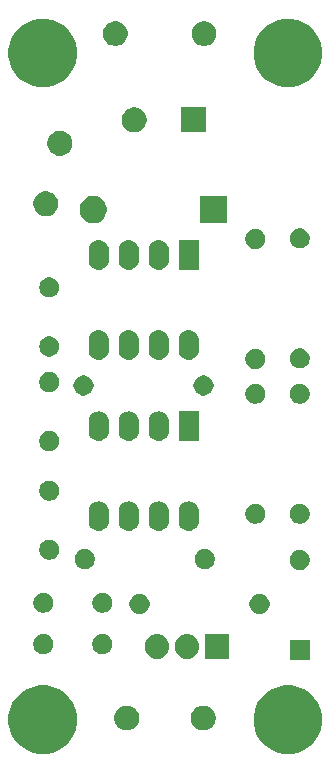
<source format=gbr>
G04 #@! TF.GenerationSoftware,KiCad,Pcbnew,(5.1.5)-3*
G04 #@! TF.CreationDate,2022-07-19T15:35:49+02:00*
G04 #@! TF.ProjectId,Wireless LEDs,57697265-6c65-4737-9320-4c4544732e6b,rev?*
G04 #@! TF.SameCoordinates,Original*
G04 #@! TF.FileFunction,Soldermask,Top*
G04 #@! TF.FilePolarity,Negative*
%FSLAX46Y46*%
G04 Gerber Fmt 4.6, Leading zero omitted, Abs format (unit mm)*
G04 Created by KiCad (PCBNEW (5.1.5)-3) date 2022-07-19 15:35:49*
%MOMM*%
%LPD*%
G04 APERTURE LIST*
%ADD10C,0.100000*%
G04 APERTURE END LIST*
D10*
G36*
X52846189Y-74410483D02*
G01*
X52846192Y-74410484D01*
X52846191Y-74410484D01*
X53374139Y-74629167D01*
X53849280Y-74946646D01*
X54253354Y-75350720D01*
X54570833Y-75825861D01*
X54570834Y-75825863D01*
X54789517Y-76353811D01*
X54901000Y-76914275D01*
X54901000Y-77485725D01*
X54789517Y-78046189D01*
X54570834Y-78574137D01*
X54570833Y-78574139D01*
X54253354Y-79049280D01*
X53849280Y-79453354D01*
X53374139Y-79770833D01*
X53374138Y-79770834D01*
X53374137Y-79770834D01*
X52846189Y-79989517D01*
X52285725Y-80101000D01*
X51714275Y-80101000D01*
X51153811Y-79989517D01*
X50625863Y-79770834D01*
X50625862Y-79770834D01*
X50625861Y-79770833D01*
X50150720Y-79453354D01*
X49746646Y-79049280D01*
X49429167Y-78574139D01*
X49429166Y-78574137D01*
X49210483Y-78046189D01*
X49099000Y-77485725D01*
X49099000Y-76914275D01*
X49210483Y-76353811D01*
X49429166Y-75825863D01*
X49429167Y-75825861D01*
X49746646Y-75350720D01*
X50150720Y-74946646D01*
X50625861Y-74629167D01*
X51153809Y-74410484D01*
X51153808Y-74410484D01*
X51153811Y-74410483D01*
X51714275Y-74299000D01*
X52285725Y-74299000D01*
X52846189Y-74410483D01*
G37*
G36*
X32096189Y-74410483D02*
G01*
X32096192Y-74410484D01*
X32096191Y-74410484D01*
X32624139Y-74629167D01*
X33099280Y-74946646D01*
X33503354Y-75350720D01*
X33820833Y-75825861D01*
X33820834Y-75825863D01*
X34039517Y-76353811D01*
X34151000Y-76914275D01*
X34151000Y-77485725D01*
X34039517Y-78046189D01*
X33820834Y-78574137D01*
X33820833Y-78574139D01*
X33503354Y-79049280D01*
X33099280Y-79453354D01*
X32624139Y-79770833D01*
X32624138Y-79770834D01*
X32624137Y-79770834D01*
X32096189Y-79989517D01*
X31535725Y-80101000D01*
X30964275Y-80101000D01*
X30403811Y-79989517D01*
X29875863Y-79770834D01*
X29875862Y-79770834D01*
X29875861Y-79770833D01*
X29400720Y-79453354D01*
X28996646Y-79049280D01*
X28679167Y-78574139D01*
X28679166Y-78574137D01*
X28460483Y-78046189D01*
X28349000Y-77485725D01*
X28349000Y-76914275D01*
X28460483Y-76353811D01*
X28679166Y-75825863D01*
X28679167Y-75825861D01*
X28996646Y-75350720D01*
X29400720Y-74946646D01*
X29875861Y-74629167D01*
X30403809Y-74410484D01*
X30403808Y-74410484D01*
X30403811Y-74410483D01*
X30964275Y-74299000D01*
X31535725Y-74299000D01*
X32096189Y-74410483D01*
G37*
G36*
X38656564Y-76039389D02*
G01*
X38847833Y-76118615D01*
X38847835Y-76118616D01*
X39019973Y-76233635D01*
X39166365Y-76380027D01*
X39281385Y-76552167D01*
X39360611Y-76743436D01*
X39401000Y-76946484D01*
X39401000Y-77153516D01*
X39360611Y-77356564D01*
X39307111Y-77485724D01*
X39281384Y-77547835D01*
X39166365Y-77719973D01*
X39019973Y-77866365D01*
X38847835Y-77981384D01*
X38847834Y-77981385D01*
X38847833Y-77981385D01*
X38656564Y-78060611D01*
X38453516Y-78101000D01*
X38246484Y-78101000D01*
X38043436Y-78060611D01*
X37852167Y-77981385D01*
X37852166Y-77981385D01*
X37852165Y-77981384D01*
X37680027Y-77866365D01*
X37533635Y-77719973D01*
X37418616Y-77547835D01*
X37392889Y-77485724D01*
X37339389Y-77356564D01*
X37299000Y-77153516D01*
X37299000Y-76946484D01*
X37339389Y-76743436D01*
X37418615Y-76552167D01*
X37533635Y-76380027D01*
X37680027Y-76233635D01*
X37852165Y-76118616D01*
X37852167Y-76118615D01*
X38043436Y-76039389D01*
X38246484Y-75999000D01*
X38453516Y-75999000D01*
X38656564Y-76039389D01*
G37*
G36*
X45156564Y-76039389D02*
G01*
X45347833Y-76118615D01*
X45347835Y-76118616D01*
X45519973Y-76233635D01*
X45666365Y-76380027D01*
X45781385Y-76552167D01*
X45860611Y-76743436D01*
X45901000Y-76946484D01*
X45901000Y-77153516D01*
X45860611Y-77356564D01*
X45807111Y-77485724D01*
X45781384Y-77547835D01*
X45666365Y-77719973D01*
X45519973Y-77866365D01*
X45347835Y-77981384D01*
X45347834Y-77981385D01*
X45347833Y-77981385D01*
X45156564Y-78060611D01*
X44953516Y-78101000D01*
X44746484Y-78101000D01*
X44543436Y-78060611D01*
X44352167Y-77981385D01*
X44352166Y-77981385D01*
X44352165Y-77981384D01*
X44180027Y-77866365D01*
X44033635Y-77719973D01*
X43918616Y-77547835D01*
X43892889Y-77485724D01*
X43839389Y-77356564D01*
X43799000Y-77153516D01*
X43799000Y-76946484D01*
X43839389Y-76743436D01*
X43918615Y-76552167D01*
X44033635Y-76380027D01*
X44180027Y-76233635D01*
X44352165Y-76118616D01*
X44352167Y-76118615D01*
X44543436Y-76039389D01*
X44746484Y-75999000D01*
X44953516Y-75999000D01*
X45156564Y-76039389D01*
G37*
G36*
X53851000Y-72151000D02*
G01*
X52149000Y-72151000D01*
X52149000Y-70449000D01*
X53851000Y-70449000D01*
X53851000Y-72151000D01*
G37*
G36*
X43656720Y-69963520D02*
G01*
X43845881Y-70020901D01*
X44020212Y-70114083D01*
X44173015Y-70239485D01*
X44298417Y-70392288D01*
X44328730Y-70449000D01*
X44391598Y-70566617D01*
X44391599Y-70566620D01*
X44448980Y-70755781D01*
X44463500Y-70903207D01*
X44463500Y-71096794D01*
X44448980Y-71244220D01*
X44391599Y-71433381D01*
X44298417Y-71607712D01*
X44173015Y-71760515D01*
X44020212Y-71885917D01*
X43938333Y-71929682D01*
X43845883Y-71979098D01*
X43845880Y-71979099D01*
X43656719Y-72036480D01*
X43460000Y-72055855D01*
X43263280Y-72036480D01*
X43074119Y-71979099D01*
X42899788Y-71885917D01*
X42746985Y-71760515D01*
X42621583Y-71607712D01*
X42543172Y-71461015D01*
X42528402Y-71433383D01*
X42528401Y-71433380D01*
X42471020Y-71244219D01*
X42456500Y-71096793D01*
X42456500Y-70903206D01*
X42471020Y-70755780D01*
X42528401Y-70566619D01*
X42621583Y-70392288D01*
X42746985Y-70239485D01*
X42899788Y-70114083D01*
X43074120Y-70020901D01*
X43263281Y-69963520D01*
X43460000Y-69944145D01*
X43656720Y-69963520D01*
G37*
G36*
X41116720Y-69963520D02*
G01*
X41305881Y-70020901D01*
X41480212Y-70114083D01*
X41633015Y-70239485D01*
X41758417Y-70392288D01*
X41788730Y-70449000D01*
X41851598Y-70566617D01*
X41851599Y-70566620D01*
X41908980Y-70755781D01*
X41923500Y-70903207D01*
X41923500Y-71096794D01*
X41908980Y-71244220D01*
X41851599Y-71433381D01*
X41758417Y-71607712D01*
X41633015Y-71760515D01*
X41480212Y-71885917D01*
X41398333Y-71929682D01*
X41305883Y-71979098D01*
X41305880Y-71979099D01*
X41116719Y-72036480D01*
X40920000Y-72055855D01*
X40723280Y-72036480D01*
X40534119Y-71979099D01*
X40359788Y-71885917D01*
X40206985Y-71760515D01*
X40081583Y-71607712D01*
X40003172Y-71461015D01*
X39988402Y-71433383D01*
X39988401Y-71433380D01*
X39931020Y-71244219D01*
X39916500Y-71096793D01*
X39916500Y-70903206D01*
X39931020Y-70755780D01*
X39988401Y-70566619D01*
X40081583Y-70392288D01*
X40206985Y-70239485D01*
X40359788Y-70114083D01*
X40534120Y-70020901D01*
X40723281Y-69963520D01*
X40920000Y-69944145D01*
X41116720Y-69963520D01*
G37*
G36*
X47003500Y-72051000D02*
G01*
X44996500Y-72051000D01*
X44996500Y-69949000D01*
X47003500Y-69949000D01*
X47003500Y-72051000D01*
G37*
G36*
X31548228Y-69981703D02*
G01*
X31703100Y-70045853D01*
X31842481Y-70138985D01*
X31961015Y-70257519D01*
X32054147Y-70396900D01*
X32118297Y-70551772D01*
X32151000Y-70716184D01*
X32151000Y-70883816D01*
X32118297Y-71048228D01*
X32054147Y-71203100D01*
X31961015Y-71342481D01*
X31842481Y-71461015D01*
X31703100Y-71554147D01*
X31548228Y-71618297D01*
X31383816Y-71651000D01*
X31216184Y-71651000D01*
X31051772Y-71618297D01*
X30896900Y-71554147D01*
X30757519Y-71461015D01*
X30638985Y-71342481D01*
X30545853Y-71203100D01*
X30481703Y-71048228D01*
X30449000Y-70883816D01*
X30449000Y-70716184D01*
X30481703Y-70551772D01*
X30545853Y-70396900D01*
X30638985Y-70257519D01*
X30757519Y-70138985D01*
X30896900Y-70045853D01*
X31051772Y-69981703D01*
X31216184Y-69949000D01*
X31383816Y-69949000D01*
X31548228Y-69981703D01*
G37*
G36*
X36548228Y-69981703D02*
G01*
X36703100Y-70045853D01*
X36842481Y-70138985D01*
X36961015Y-70257519D01*
X37054147Y-70396900D01*
X37118297Y-70551772D01*
X37151000Y-70716184D01*
X37151000Y-70883816D01*
X37118297Y-71048228D01*
X37054147Y-71203100D01*
X36961015Y-71342481D01*
X36842481Y-71461015D01*
X36703100Y-71554147D01*
X36548228Y-71618297D01*
X36383816Y-71651000D01*
X36216184Y-71651000D01*
X36051772Y-71618297D01*
X35896900Y-71554147D01*
X35757519Y-71461015D01*
X35638985Y-71342481D01*
X35545853Y-71203100D01*
X35481703Y-71048228D01*
X35449000Y-70883816D01*
X35449000Y-70716184D01*
X35481703Y-70551772D01*
X35545853Y-70396900D01*
X35638985Y-70257519D01*
X35757519Y-70138985D01*
X35896900Y-70045853D01*
X36051772Y-69981703D01*
X36216184Y-69949000D01*
X36383816Y-69949000D01*
X36548228Y-69981703D01*
G37*
G36*
X39688228Y-66581703D02*
G01*
X39843100Y-66645853D01*
X39982481Y-66738985D01*
X40101015Y-66857519D01*
X40194147Y-66996900D01*
X40258297Y-67151772D01*
X40291000Y-67316184D01*
X40291000Y-67483816D01*
X40258297Y-67648228D01*
X40194147Y-67803100D01*
X40101015Y-67942481D01*
X39982481Y-68061015D01*
X39843100Y-68154147D01*
X39688228Y-68218297D01*
X39523816Y-68251000D01*
X39356184Y-68251000D01*
X39191772Y-68218297D01*
X39036900Y-68154147D01*
X38897519Y-68061015D01*
X38778985Y-67942481D01*
X38685853Y-67803100D01*
X38621703Y-67648228D01*
X38589000Y-67483816D01*
X38589000Y-67316184D01*
X38621703Y-67151772D01*
X38685853Y-66996900D01*
X38778985Y-66857519D01*
X38897519Y-66738985D01*
X39036900Y-66645853D01*
X39191772Y-66581703D01*
X39356184Y-66549000D01*
X39523816Y-66549000D01*
X39688228Y-66581703D01*
G37*
G36*
X49848228Y-66581703D02*
G01*
X50003100Y-66645853D01*
X50142481Y-66738985D01*
X50261015Y-66857519D01*
X50354147Y-66996900D01*
X50418297Y-67151772D01*
X50451000Y-67316184D01*
X50451000Y-67483816D01*
X50418297Y-67648228D01*
X50354147Y-67803100D01*
X50261015Y-67942481D01*
X50142481Y-68061015D01*
X50003100Y-68154147D01*
X49848228Y-68218297D01*
X49683816Y-68251000D01*
X49516184Y-68251000D01*
X49351772Y-68218297D01*
X49196900Y-68154147D01*
X49057519Y-68061015D01*
X48938985Y-67942481D01*
X48845853Y-67803100D01*
X48781703Y-67648228D01*
X48749000Y-67483816D01*
X48749000Y-67316184D01*
X48781703Y-67151772D01*
X48845853Y-66996900D01*
X48938985Y-66857519D01*
X49057519Y-66738985D01*
X49196900Y-66645853D01*
X49351772Y-66581703D01*
X49516184Y-66549000D01*
X49683816Y-66549000D01*
X49848228Y-66581703D01*
G37*
G36*
X31548228Y-66481703D02*
G01*
X31703100Y-66545853D01*
X31842481Y-66638985D01*
X31961015Y-66757519D01*
X32054147Y-66896900D01*
X32118297Y-67051772D01*
X32151000Y-67216184D01*
X32151000Y-67383816D01*
X32118297Y-67548228D01*
X32054147Y-67703100D01*
X31961015Y-67842481D01*
X31842481Y-67961015D01*
X31703100Y-68054147D01*
X31548228Y-68118297D01*
X31383816Y-68151000D01*
X31216184Y-68151000D01*
X31051772Y-68118297D01*
X30896900Y-68054147D01*
X30757519Y-67961015D01*
X30638985Y-67842481D01*
X30545853Y-67703100D01*
X30481703Y-67548228D01*
X30449000Y-67383816D01*
X30449000Y-67216184D01*
X30481703Y-67051772D01*
X30545853Y-66896900D01*
X30638985Y-66757519D01*
X30757519Y-66638985D01*
X30896900Y-66545853D01*
X31051772Y-66481703D01*
X31216184Y-66449000D01*
X31383816Y-66449000D01*
X31548228Y-66481703D01*
G37*
G36*
X36548228Y-66481703D02*
G01*
X36703100Y-66545853D01*
X36842481Y-66638985D01*
X36961015Y-66757519D01*
X37054147Y-66896900D01*
X37118297Y-67051772D01*
X37151000Y-67216184D01*
X37151000Y-67383816D01*
X37118297Y-67548228D01*
X37054147Y-67703100D01*
X36961015Y-67842481D01*
X36842481Y-67961015D01*
X36703100Y-68054147D01*
X36548228Y-68118297D01*
X36383816Y-68151000D01*
X36216184Y-68151000D01*
X36051772Y-68118297D01*
X35896900Y-68054147D01*
X35757519Y-67961015D01*
X35638985Y-67842481D01*
X35545853Y-67703100D01*
X35481703Y-67548228D01*
X35449000Y-67383816D01*
X35449000Y-67216184D01*
X35481703Y-67051772D01*
X35545853Y-66896900D01*
X35638985Y-66757519D01*
X35757519Y-66638985D01*
X35896900Y-66545853D01*
X36051772Y-66481703D01*
X36216184Y-66449000D01*
X36383816Y-66449000D01*
X36548228Y-66481703D01*
G37*
G36*
X53248228Y-62861703D02*
G01*
X53403100Y-62925853D01*
X53542481Y-63018985D01*
X53661015Y-63137519D01*
X53754147Y-63276900D01*
X53818297Y-63431772D01*
X53851000Y-63596184D01*
X53851000Y-63763816D01*
X53818297Y-63928228D01*
X53754147Y-64083100D01*
X53661015Y-64222481D01*
X53542481Y-64341015D01*
X53403100Y-64434147D01*
X53248228Y-64498297D01*
X53083816Y-64531000D01*
X52916184Y-64531000D01*
X52751772Y-64498297D01*
X52596900Y-64434147D01*
X52457519Y-64341015D01*
X52338985Y-64222481D01*
X52245853Y-64083100D01*
X52181703Y-63928228D01*
X52149000Y-63763816D01*
X52149000Y-63596184D01*
X52181703Y-63431772D01*
X52245853Y-63276900D01*
X52338985Y-63137519D01*
X52457519Y-63018985D01*
X52596900Y-62925853D01*
X52751772Y-62861703D01*
X52916184Y-62829000D01*
X53083816Y-62829000D01*
X53248228Y-62861703D01*
G37*
G36*
X45208228Y-62781703D02*
G01*
X45363100Y-62845853D01*
X45502481Y-62938985D01*
X45621015Y-63057519D01*
X45714147Y-63196900D01*
X45778297Y-63351772D01*
X45811000Y-63516184D01*
X45811000Y-63683816D01*
X45778297Y-63848228D01*
X45714147Y-64003100D01*
X45621015Y-64142481D01*
X45502481Y-64261015D01*
X45363100Y-64354147D01*
X45208228Y-64418297D01*
X45043816Y-64451000D01*
X44876184Y-64451000D01*
X44711772Y-64418297D01*
X44556900Y-64354147D01*
X44417519Y-64261015D01*
X44298985Y-64142481D01*
X44205853Y-64003100D01*
X44141703Y-63848228D01*
X44109000Y-63683816D01*
X44109000Y-63516184D01*
X44141703Y-63351772D01*
X44205853Y-63196900D01*
X44298985Y-63057519D01*
X44417519Y-62938985D01*
X44556900Y-62845853D01*
X44711772Y-62781703D01*
X44876184Y-62749000D01*
X45043816Y-62749000D01*
X45208228Y-62781703D01*
G37*
G36*
X35048228Y-62781703D02*
G01*
X35203100Y-62845853D01*
X35342481Y-62938985D01*
X35461015Y-63057519D01*
X35554147Y-63196900D01*
X35618297Y-63351772D01*
X35651000Y-63516184D01*
X35651000Y-63683816D01*
X35618297Y-63848228D01*
X35554147Y-64003100D01*
X35461015Y-64142481D01*
X35342481Y-64261015D01*
X35203100Y-64354147D01*
X35048228Y-64418297D01*
X34883816Y-64451000D01*
X34716184Y-64451000D01*
X34551772Y-64418297D01*
X34396900Y-64354147D01*
X34257519Y-64261015D01*
X34138985Y-64142481D01*
X34045853Y-64003100D01*
X33981703Y-63848228D01*
X33949000Y-63683816D01*
X33949000Y-63516184D01*
X33981703Y-63351772D01*
X34045853Y-63196900D01*
X34138985Y-63057519D01*
X34257519Y-62938985D01*
X34396900Y-62845853D01*
X34551772Y-62781703D01*
X34716184Y-62749000D01*
X34883816Y-62749000D01*
X35048228Y-62781703D01*
G37*
G36*
X32048228Y-61981703D02*
G01*
X32203100Y-62045853D01*
X32342481Y-62138985D01*
X32461015Y-62257519D01*
X32554147Y-62396900D01*
X32618297Y-62551772D01*
X32651000Y-62716184D01*
X32651000Y-62883816D01*
X32618297Y-63048228D01*
X32554147Y-63203100D01*
X32461015Y-63342481D01*
X32342481Y-63461015D01*
X32203100Y-63554147D01*
X32048228Y-63618297D01*
X31883816Y-63651000D01*
X31716184Y-63651000D01*
X31551772Y-63618297D01*
X31396900Y-63554147D01*
X31257519Y-63461015D01*
X31138985Y-63342481D01*
X31045853Y-63203100D01*
X30981703Y-63048228D01*
X30949000Y-62883816D01*
X30949000Y-62716184D01*
X30981703Y-62551772D01*
X31045853Y-62396900D01*
X31138985Y-62257519D01*
X31257519Y-62138985D01*
X31396900Y-62045853D01*
X31551772Y-61981703D01*
X31716184Y-61949000D01*
X31883816Y-61949000D01*
X32048228Y-61981703D01*
G37*
G36*
X43766823Y-58731313D02*
G01*
X43927242Y-58779976D01*
X44059906Y-58850886D01*
X44075078Y-58858996D01*
X44204659Y-58965341D01*
X44311004Y-59094922D01*
X44311005Y-59094924D01*
X44390024Y-59242758D01*
X44438687Y-59403178D01*
X44451000Y-59528197D01*
X44451000Y-60411804D01*
X44438687Y-60536823D01*
X44390024Y-60697242D01*
X44319114Y-60829906D01*
X44311004Y-60845078D01*
X44204659Y-60974659D01*
X44075077Y-61081005D01*
X43927241Y-61160024D01*
X43766822Y-61208687D01*
X43600000Y-61225117D01*
X43433177Y-61208687D01*
X43272758Y-61160024D01*
X43124924Y-61081005D01*
X43124922Y-61081004D01*
X42995341Y-60974659D01*
X42888995Y-60845077D01*
X42809976Y-60697241D01*
X42761313Y-60536822D01*
X42749000Y-60411803D01*
X42749000Y-59528197D01*
X42761314Y-59403177D01*
X42809977Y-59242758D01*
X42888996Y-59094924D01*
X42888997Y-59094922D01*
X42995342Y-58965341D01*
X43124923Y-58858996D01*
X43140095Y-58850886D01*
X43272759Y-58779976D01*
X43433178Y-58731313D01*
X43600000Y-58714883D01*
X43766823Y-58731313D01*
G37*
G36*
X36146823Y-58731313D02*
G01*
X36307242Y-58779976D01*
X36439906Y-58850886D01*
X36455078Y-58858996D01*
X36584659Y-58965341D01*
X36691004Y-59094922D01*
X36691005Y-59094924D01*
X36770024Y-59242758D01*
X36818687Y-59403178D01*
X36831000Y-59528197D01*
X36831000Y-60411804D01*
X36818687Y-60536823D01*
X36770024Y-60697242D01*
X36699114Y-60829906D01*
X36691004Y-60845078D01*
X36584659Y-60974659D01*
X36455077Y-61081005D01*
X36307241Y-61160024D01*
X36146822Y-61208687D01*
X35980000Y-61225117D01*
X35813177Y-61208687D01*
X35652758Y-61160024D01*
X35504924Y-61081005D01*
X35504922Y-61081004D01*
X35375341Y-60974659D01*
X35268995Y-60845077D01*
X35189976Y-60697241D01*
X35141313Y-60536822D01*
X35129000Y-60411803D01*
X35129000Y-59528197D01*
X35141314Y-59403177D01*
X35189977Y-59242758D01*
X35268996Y-59094924D01*
X35268997Y-59094922D01*
X35375342Y-58965341D01*
X35504923Y-58858996D01*
X35520095Y-58850886D01*
X35652759Y-58779976D01*
X35813178Y-58731313D01*
X35980000Y-58714883D01*
X36146823Y-58731313D01*
G37*
G36*
X38686823Y-58731313D02*
G01*
X38847242Y-58779976D01*
X38979906Y-58850886D01*
X38995078Y-58858996D01*
X39124659Y-58965341D01*
X39231004Y-59094922D01*
X39231005Y-59094924D01*
X39310024Y-59242758D01*
X39358687Y-59403178D01*
X39371000Y-59528197D01*
X39371000Y-60411804D01*
X39358687Y-60536823D01*
X39310024Y-60697242D01*
X39239114Y-60829906D01*
X39231004Y-60845078D01*
X39124659Y-60974659D01*
X38995077Y-61081005D01*
X38847241Y-61160024D01*
X38686822Y-61208687D01*
X38520000Y-61225117D01*
X38353177Y-61208687D01*
X38192758Y-61160024D01*
X38044924Y-61081005D01*
X38044922Y-61081004D01*
X37915341Y-60974659D01*
X37808995Y-60845077D01*
X37729976Y-60697241D01*
X37681313Y-60536822D01*
X37669000Y-60411803D01*
X37669000Y-59528197D01*
X37681314Y-59403177D01*
X37729977Y-59242758D01*
X37808996Y-59094924D01*
X37808997Y-59094922D01*
X37915342Y-58965341D01*
X38044923Y-58858996D01*
X38060095Y-58850886D01*
X38192759Y-58779976D01*
X38353178Y-58731313D01*
X38520000Y-58714883D01*
X38686823Y-58731313D01*
G37*
G36*
X41226823Y-58731313D02*
G01*
X41387242Y-58779976D01*
X41519906Y-58850886D01*
X41535078Y-58858996D01*
X41664659Y-58965341D01*
X41771004Y-59094922D01*
X41771005Y-59094924D01*
X41850024Y-59242758D01*
X41898687Y-59403178D01*
X41911000Y-59528197D01*
X41911000Y-60411804D01*
X41898687Y-60536823D01*
X41850024Y-60697242D01*
X41779114Y-60829906D01*
X41771004Y-60845078D01*
X41664659Y-60974659D01*
X41535077Y-61081005D01*
X41387241Y-61160024D01*
X41226822Y-61208687D01*
X41060000Y-61225117D01*
X40893177Y-61208687D01*
X40732758Y-61160024D01*
X40584924Y-61081005D01*
X40584922Y-61081004D01*
X40455341Y-60974659D01*
X40348995Y-60845077D01*
X40269976Y-60697241D01*
X40221313Y-60536822D01*
X40209000Y-60411803D01*
X40209000Y-59528197D01*
X40221314Y-59403177D01*
X40269977Y-59242758D01*
X40348996Y-59094924D01*
X40348997Y-59094922D01*
X40455342Y-58965341D01*
X40584923Y-58858996D01*
X40600095Y-58850886D01*
X40732759Y-58779976D01*
X40893178Y-58731313D01*
X41060000Y-58714883D01*
X41226823Y-58731313D01*
G37*
G36*
X49498228Y-58941703D02*
G01*
X49653100Y-59005853D01*
X49792481Y-59098985D01*
X49911015Y-59217519D01*
X50004147Y-59356900D01*
X50068297Y-59511772D01*
X50101000Y-59676184D01*
X50101000Y-59843816D01*
X50068297Y-60008228D01*
X50004147Y-60163100D01*
X49911015Y-60302481D01*
X49792481Y-60421015D01*
X49653100Y-60514147D01*
X49498228Y-60578297D01*
X49333816Y-60611000D01*
X49166184Y-60611000D01*
X49001772Y-60578297D01*
X48846900Y-60514147D01*
X48707519Y-60421015D01*
X48588985Y-60302481D01*
X48495853Y-60163100D01*
X48431703Y-60008228D01*
X48399000Y-59843816D01*
X48399000Y-59676184D01*
X48431703Y-59511772D01*
X48495853Y-59356900D01*
X48588985Y-59217519D01*
X48707519Y-59098985D01*
X48846900Y-59005853D01*
X49001772Y-58941703D01*
X49166184Y-58909000D01*
X49333816Y-58909000D01*
X49498228Y-58941703D01*
G37*
G36*
X53248228Y-58931703D02*
G01*
X53403100Y-58995853D01*
X53542481Y-59088985D01*
X53661015Y-59207519D01*
X53754147Y-59346900D01*
X53818297Y-59501772D01*
X53851000Y-59666184D01*
X53851000Y-59833816D01*
X53818297Y-59998228D01*
X53754147Y-60153100D01*
X53661015Y-60292481D01*
X53542481Y-60411015D01*
X53403100Y-60504147D01*
X53248228Y-60568297D01*
X53083816Y-60601000D01*
X52916184Y-60601000D01*
X52751772Y-60568297D01*
X52596900Y-60504147D01*
X52457519Y-60411015D01*
X52338985Y-60292481D01*
X52245853Y-60153100D01*
X52181703Y-59998228D01*
X52149000Y-59833816D01*
X52149000Y-59666184D01*
X52181703Y-59501772D01*
X52245853Y-59346900D01*
X52338985Y-59207519D01*
X52457519Y-59088985D01*
X52596900Y-58995853D01*
X52751772Y-58931703D01*
X52916184Y-58899000D01*
X53083816Y-58899000D01*
X53248228Y-58931703D01*
G37*
G36*
X32048228Y-56981703D02*
G01*
X32203100Y-57045853D01*
X32342481Y-57138985D01*
X32461015Y-57257519D01*
X32554147Y-57396900D01*
X32618297Y-57551772D01*
X32651000Y-57716184D01*
X32651000Y-57883816D01*
X32618297Y-58048228D01*
X32554147Y-58203100D01*
X32461015Y-58342481D01*
X32342481Y-58461015D01*
X32203100Y-58554147D01*
X32048228Y-58618297D01*
X31883816Y-58651000D01*
X31716184Y-58651000D01*
X31551772Y-58618297D01*
X31396900Y-58554147D01*
X31257519Y-58461015D01*
X31138985Y-58342481D01*
X31045853Y-58203100D01*
X30981703Y-58048228D01*
X30949000Y-57883816D01*
X30949000Y-57716184D01*
X30981703Y-57551772D01*
X31045853Y-57396900D01*
X31138985Y-57257519D01*
X31257519Y-57138985D01*
X31396900Y-57045853D01*
X31551772Y-56981703D01*
X31716184Y-56949000D01*
X31883816Y-56949000D01*
X32048228Y-56981703D01*
G37*
G36*
X32048228Y-52781703D02*
G01*
X32203100Y-52845853D01*
X32342481Y-52938985D01*
X32461015Y-53057519D01*
X32554147Y-53196900D01*
X32618297Y-53351772D01*
X32651000Y-53516184D01*
X32651000Y-53683816D01*
X32618297Y-53848228D01*
X32554147Y-54003100D01*
X32461015Y-54142481D01*
X32342481Y-54261015D01*
X32203100Y-54354147D01*
X32048228Y-54418297D01*
X31883816Y-54451000D01*
X31716184Y-54451000D01*
X31551772Y-54418297D01*
X31396900Y-54354147D01*
X31257519Y-54261015D01*
X31138985Y-54142481D01*
X31045853Y-54003100D01*
X30981703Y-53848228D01*
X30949000Y-53683816D01*
X30949000Y-53516184D01*
X30981703Y-53351772D01*
X31045853Y-53196900D01*
X31138985Y-53057519D01*
X31257519Y-52938985D01*
X31396900Y-52845853D01*
X31551772Y-52781703D01*
X31716184Y-52749000D01*
X31883816Y-52749000D01*
X32048228Y-52781703D01*
G37*
G36*
X36146823Y-51111313D02*
G01*
X36307242Y-51159976D01*
X36439906Y-51230886D01*
X36455078Y-51238996D01*
X36584659Y-51345341D01*
X36691004Y-51474922D01*
X36691005Y-51474924D01*
X36770024Y-51622758D01*
X36818687Y-51783178D01*
X36831000Y-51908197D01*
X36831000Y-52791804D01*
X36818687Y-52916823D01*
X36770024Y-53077242D01*
X36706065Y-53196900D01*
X36691004Y-53225078D01*
X36587029Y-53351771D01*
X36584659Y-53354659D01*
X36455077Y-53461005D01*
X36307241Y-53540024D01*
X36146822Y-53588687D01*
X35980000Y-53605117D01*
X35813177Y-53588687D01*
X35652758Y-53540024D01*
X35504924Y-53461005D01*
X35504922Y-53461004D01*
X35375341Y-53354659D01*
X35372971Y-53351771D01*
X35268995Y-53225077D01*
X35189976Y-53077241D01*
X35141313Y-52916822D01*
X35129000Y-52791803D01*
X35129000Y-51908197D01*
X35141314Y-51783177D01*
X35189977Y-51622758D01*
X35268996Y-51474924D01*
X35268997Y-51474922D01*
X35375342Y-51345341D01*
X35504923Y-51238996D01*
X35520095Y-51230886D01*
X35652759Y-51159976D01*
X35813178Y-51111313D01*
X35980000Y-51094883D01*
X36146823Y-51111313D01*
G37*
G36*
X38686823Y-51111313D02*
G01*
X38847242Y-51159976D01*
X38979906Y-51230886D01*
X38995078Y-51238996D01*
X39124659Y-51345341D01*
X39231004Y-51474922D01*
X39231005Y-51474924D01*
X39310024Y-51622758D01*
X39358687Y-51783178D01*
X39371000Y-51908197D01*
X39371000Y-52791804D01*
X39358687Y-52916823D01*
X39310024Y-53077242D01*
X39246065Y-53196900D01*
X39231004Y-53225078D01*
X39127029Y-53351771D01*
X39124659Y-53354659D01*
X38995077Y-53461005D01*
X38847241Y-53540024D01*
X38686822Y-53588687D01*
X38520000Y-53605117D01*
X38353177Y-53588687D01*
X38192758Y-53540024D01*
X38044924Y-53461005D01*
X38044922Y-53461004D01*
X37915341Y-53354659D01*
X37912971Y-53351771D01*
X37808995Y-53225077D01*
X37729976Y-53077241D01*
X37681313Y-52916822D01*
X37669000Y-52791803D01*
X37669000Y-51908197D01*
X37681314Y-51783177D01*
X37729977Y-51622758D01*
X37808996Y-51474924D01*
X37808997Y-51474922D01*
X37915342Y-51345341D01*
X38044923Y-51238996D01*
X38060095Y-51230886D01*
X38192759Y-51159976D01*
X38353178Y-51111313D01*
X38520000Y-51094883D01*
X38686823Y-51111313D01*
G37*
G36*
X41226823Y-51111313D02*
G01*
X41387242Y-51159976D01*
X41519906Y-51230886D01*
X41535078Y-51238996D01*
X41664659Y-51345341D01*
X41771004Y-51474922D01*
X41771005Y-51474924D01*
X41850024Y-51622758D01*
X41898687Y-51783178D01*
X41911000Y-51908197D01*
X41911000Y-52791804D01*
X41898687Y-52916823D01*
X41850024Y-53077242D01*
X41786065Y-53196900D01*
X41771004Y-53225078D01*
X41667029Y-53351771D01*
X41664659Y-53354659D01*
X41535077Y-53461005D01*
X41387241Y-53540024D01*
X41226822Y-53588687D01*
X41060000Y-53605117D01*
X40893177Y-53588687D01*
X40732758Y-53540024D01*
X40584924Y-53461005D01*
X40584922Y-53461004D01*
X40455341Y-53354659D01*
X40452971Y-53351771D01*
X40348995Y-53225077D01*
X40269976Y-53077241D01*
X40221313Y-52916822D01*
X40209000Y-52791803D01*
X40209000Y-51908197D01*
X40221314Y-51783177D01*
X40269977Y-51622758D01*
X40348996Y-51474924D01*
X40348997Y-51474922D01*
X40455342Y-51345341D01*
X40584923Y-51238996D01*
X40600095Y-51230886D01*
X40732759Y-51159976D01*
X40893178Y-51111313D01*
X41060000Y-51094883D01*
X41226823Y-51111313D01*
G37*
G36*
X44451000Y-53601000D02*
G01*
X42749000Y-53601000D01*
X42749000Y-51099000D01*
X44451000Y-51099000D01*
X44451000Y-53601000D01*
G37*
G36*
X49498228Y-48781703D02*
G01*
X49653100Y-48845853D01*
X49792481Y-48938985D01*
X49911015Y-49057519D01*
X50004147Y-49196900D01*
X50068297Y-49351772D01*
X50101000Y-49516184D01*
X50101000Y-49683816D01*
X50068297Y-49848228D01*
X50004147Y-50003100D01*
X49911015Y-50142481D01*
X49792481Y-50261015D01*
X49653100Y-50354147D01*
X49498228Y-50418297D01*
X49333816Y-50451000D01*
X49166184Y-50451000D01*
X49001772Y-50418297D01*
X48846900Y-50354147D01*
X48707519Y-50261015D01*
X48588985Y-50142481D01*
X48495853Y-50003100D01*
X48431703Y-49848228D01*
X48399000Y-49683816D01*
X48399000Y-49516184D01*
X48431703Y-49351772D01*
X48495853Y-49196900D01*
X48588985Y-49057519D01*
X48707519Y-48938985D01*
X48846900Y-48845853D01*
X49001772Y-48781703D01*
X49166184Y-48749000D01*
X49333816Y-48749000D01*
X49498228Y-48781703D01*
G37*
G36*
X53248228Y-48771703D02*
G01*
X53403100Y-48835853D01*
X53542481Y-48928985D01*
X53661015Y-49047519D01*
X53754147Y-49186900D01*
X53818297Y-49341772D01*
X53851000Y-49506184D01*
X53851000Y-49673816D01*
X53818297Y-49838228D01*
X53754147Y-49993100D01*
X53661015Y-50132481D01*
X53542481Y-50251015D01*
X53403100Y-50344147D01*
X53248228Y-50408297D01*
X53083816Y-50441000D01*
X52916184Y-50441000D01*
X52751772Y-50408297D01*
X52596900Y-50344147D01*
X52457519Y-50251015D01*
X52338985Y-50132481D01*
X52245853Y-49993100D01*
X52181703Y-49838228D01*
X52149000Y-49673816D01*
X52149000Y-49506184D01*
X52181703Y-49341772D01*
X52245853Y-49186900D01*
X52338985Y-49047519D01*
X52457519Y-48928985D01*
X52596900Y-48835853D01*
X52751772Y-48771703D01*
X52916184Y-48739000D01*
X53083816Y-48739000D01*
X53248228Y-48771703D01*
G37*
G36*
X34948228Y-48081703D02*
G01*
X35103100Y-48145853D01*
X35242481Y-48238985D01*
X35361015Y-48357519D01*
X35454147Y-48496900D01*
X35518297Y-48651772D01*
X35551000Y-48816184D01*
X35551000Y-48983816D01*
X35518297Y-49148228D01*
X35454147Y-49303100D01*
X35361015Y-49442481D01*
X35242481Y-49561015D01*
X35103100Y-49654147D01*
X34948228Y-49718297D01*
X34783816Y-49751000D01*
X34616184Y-49751000D01*
X34451772Y-49718297D01*
X34296900Y-49654147D01*
X34157519Y-49561015D01*
X34038985Y-49442481D01*
X33945853Y-49303100D01*
X33881703Y-49148228D01*
X33849000Y-48983816D01*
X33849000Y-48816184D01*
X33881703Y-48651772D01*
X33945853Y-48496900D01*
X34038985Y-48357519D01*
X34157519Y-48238985D01*
X34296900Y-48145853D01*
X34451772Y-48081703D01*
X34616184Y-48049000D01*
X34783816Y-48049000D01*
X34948228Y-48081703D01*
G37*
G36*
X45108228Y-48081703D02*
G01*
X45263100Y-48145853D01*
X45402481Y-48238985D01*
X45521015Y-48357519D01*
X45614147Y-48496900D01*
X45678297Y-48651772D01*
X45711000Y-48816184D01*
X45711000Y-48983816D01*
X45678297Y-49148228D01*
X45614147Y-49303100D01*
X45521015Y-49442481D01*
X45402481Y-49561015D01*
X45263100Y-49654147D01*
X45108228Y-49718297D01*
X44943816Y-49751000D01*
X44776184Y-49751000D01*
X44611772Y-49718297D01*
X44456900Y-49654147D01*
X44317519Y-49561015D01*
X44198985Y-49442481D01*
X44105853Y-49303100D01*
X44041703Y-49148228D01*
X44009000Y-48983816D01*
X44009000Y-48816184D01*
X44041703Y-48651772D01*
X44105853Y-48496900D01*
X44198985Y-48357519D01*
X44317519Y-48238985D01*
X44456900Y-48145853D01*
X44611772Y-48081703D01*
X44776184Y-48049000D01*
X44943816Y-48049000D01*
X45108228Y-48081703D01*
G37*
G36*
X32048228Y-47781703D02*
G01*
X32203100Y-47845853D01*
X32342481Y-47938985D01*
X32461015Y-48057519D01*
X32554147Y-48196900D01*
X32618297Y-48351772D01*
X32651000Y-48516184D01*
X32651000Y-48683816D01*
X32618297Y-48848228D01*
X32554147Y-49003100D01*
X32461015Y-49142481D01*
X32342481Y-49261015D01*
X32203100Y-49354147D01*
X32048228Y-49418297D01*
X31883816Y-49451000D01*
X31716184Y-49451000D01*
X31551772Y-49418297D01*
X31396900Y-49354147D01*
X31257519Y-49261015D01*
X31138985Y-49142481D01*
X31045853Y-49003100D01*
X30981703Y-48848228D01*
X30949000Y-48683816D01*
X30949000Y-48516184D01*
X30981703Y-48351772D01*
X31045853Y-48196900D01*
X31138985Y-48057519D01*
X31257519Y-47938985D01*
X31396900Y-47845853D01*
X31551772Y-47781703D01*
X31716184Y-47749000D01*
X31883816Y-47749000D01*
X32048228Y-47781703D01*
G37*
G36*
X49498228Y-45841703D02*
G01*
X49653100Y-45905853D01*
X49792481Y-45998985D01*
X49911015Y-46117519D01*
X50004147Y-46256900D01*
X50068297Y-46411772D01*
X50101000Y-46576184D01*
X50101000Y-46743816D01*
X50068297Y-46908228D01*
X50004147Y-47063100D01*
X49911015Y-47202481D01*
X49792481Y-47321015D01*
X49653100Y-47414147D01*
X49498228Y-47478297D01*
X49333816Y-47511000D01*
X49166184Y-47511000D01*
X49001772Y-47478297D01*
X48846900Y-47414147D01*
X48707519Y-47321015D01*
X48588985Y-47202481D01*
X48495853Y-47063100D01*
X48431703Y-46908228D01*
X48399000Y-46743816D01*
X48399000Y-46576184D01*
X48431703Y-46411772D01*
X48495853Y-46256900D01*
X48588985Y-46117519D01*
X48707519Y-45998985D01*
X48846900Y-45905853D01*
X49001772Y-45841703D01*
X49166184Y-45809000D01*
X49333816Y-45809000D01*
X49498228Y-45841703D01*
G37*
G36*
X53248228Y-45781703D02*
G01*
X53403100Y-45845853D01*
X53542481Y-45938985D01*
X53661015Y-46057519D01*
X53754147Y-46196900D01*
X53818297Y-46351772D01*
X53851000Y-46516184D01*
X53851000Y-46683816D01*
X53818297Y-46848228D01*
X53754147Y-47003100D01*
X53661015Y-47142481D01*
X53542481Y-47261015D01*
X53403100Y-47354147D01*
X53248228Y-47418297D01*
X53083816Y-47451000D01*
X52916184Y-47451000D01*
X52751772Y-47418297D01*
X52596900Y-47354147D01*
X52457519Y-47261015D01*
X52338985Y-47142481D01*
X52245853Y-47003100D01*
X52181703Y-46848228D01*
X52149000Y-46683816D01*
X52149000Y-46516184D01*
X52181703Y-46351772D01*
X52245853Y-46196900D01*
X52338985Y-46057519D01*
X52457519Y-45938985D01*
X52596900Y-45845853D01*
X52751772Y-45781703D01*
X52916184Y-45749000D01*
X53083816Y-45749000D01*
X53248228Y-45781703D01*
G37*
G36*
X43766823Y-44231313D02*
G01*
X43927242Y-44279976D01*
X44059906Y-44350886D01*
X44075078Y-44358996D01*
X44204659Y-44465341D01*
X44311004Y-44594922D01*
X44311005Y-44594924D01*
X44390024Y-44742758D01*
X44390025Y-44742761D01*
X44414356Y-44822968D01*
X44438687Y-44903178D01*
X44451000Y-45028197D01*
X44451000Y-45911804D01*
X44438687Y-46036823D01*
X44390024Y-46197242D01*
X44319114Y-46329906D01*
X44311004Y-46345078D01*
X44204659Y-46474659D01*
X44075077Y-46581005D01*
X43927241Y-46660024D01*
X43766822Y-46708687D01*
X43600000Y-46725117D01*
X43433177Y-46708687D01*
X43272758Y-46660024D01*
X43124924Y-46581005D01*
X43124922Y-46581004D01*
X42995341Y-46474659D01*
X42888995Y-46345077D01*
X42809976Y-46197241D01*
X42809873Y-46196900D01*
X42785793Y-46117520D01*
X42761313Y-46036822D01*
X42749000Y-45911803D01*
X42749000Y-45028197D01*
X42761314Y-44903177D01*
X42809977Y-44742758D01*
X42888996Y-44594924D01*
X42888997Y-44594922D01*
X42995342Y-44465341D01*
X43124923Y-44358996D01*
X43140095Y-44350886D01*
X43272759Y-44279976D01*
X43433178Y-44231313D01*
X43600000Y-44214883D01*
X43766823Y-44231313D01*
G37*
G36*
X41226823Y-44231313D02*
G01*
X41387242Y-44279976D01*
X41519906Y-44350886D01*
X41535078Y-44358996D01*
X41664659Y-44465341D01*
X41771004Y-44594922D01*
X41771005Y-44594924D01*
X41850024Y-44742758D01*
X41850025Y-44742761D01*
X41874356Y-44822968D01*
X41898687Y-44903178D01*
X41911000Y-45028197D01*
X41911000Y-45911804D01*
X41898687Y-46036823D01*
X41850024Y-46197242D01*
X41779114Y-46329906D01*
X41771004Y-46345078D01*
X41664659Y-46474659D01*
X41535077Y-46581005D01*
X41387241Y-46660024D01*
X41226822Y-46708687D01*
X41060000Y-46725117D01*
X40893177Y-46708687D01*
X40732758Y-46660024D01*
X40584924Y-46581005D01*
X40584922Y-46581004D01*
X40455341Y-46474659D01*
X40348995Y-46345077D01*
X40269976Y-46197241D01*
X40269873Y-46196900D01*
X40245793Y-46117520D01*
X40221313Y-46036822D01*
X40209000Y-45911803D01*
X40209000Y-45028197D01*
X40221314Y-44903177D01*
X40269977Y-44742758D01*
X40348996Y-44594924D01*
X40348997Y-44594922D01*
X40455342Y-44465341D01*
X40584923Y-44358996D01*
X40600095Y-44350886D01*
X40732759Y-44279976D01*
X40893178Y-44231313D01*
X41060000Y-44214883D01*
X41226823Y-44231313D01*
G37*
G36*
X38686823Y-44231313D02*
G01*
X38847242Y-44279976D01*
X38979906Y-44350886D01*
X38995078Y-44358996D01*
X39124659Y-44465341D01*
X39231004Y-44594922D01*
X39231005Y-44594924D01*
X39310024Y-44742758D01*
X39310025Y-44742761D01*
X39334356Y-44822968D01*
X39358687Y-44903178D01*
X39371000Y-45028197D01*
X39371000Y-45911804D01*
X39358687Y-46036823D01*
X39310024Y-46197242D01*
X39239114Y-46329906D01*
X39231004Y-46345078D01*
X39124659Y-46474659D01*
X38995077Y-46581005D01*
X38847241Y-46660024D01*
X38686822Y-46708687D01*
X38520000Y-46725117D01*
X38353177Y-46708687D01*
X38192758Y-46660024D01*
X38044924Y-46581005D01*
X38044922Y-46581004D01*
X37915341Y-46474659D01*
X37808995Y-46345077D01*
X37729976Y-46197241D01*
X37729873Y-46196900D01*
X37705793Y-46117520D01*
X37681313Y-46036822D01*
X37669000Y-45911803D01*
X37669000Y-45028197D01*
X37681314Y-44903177D01*
X37729977Y-44742758D01*
X37808996Y-44594924D01*
X37808997Y-44594922D01*
X37915342Y-44465341D01*
X38044923Y-44358996D01*
X38060095Y-44350886D01*
X38192759Y-44279976D01*
X38353178Y-44231313D01*
X38520000Y-44214883D01*
X38686823Y-44231313D01*
G37*
G36*
X36146823Y-44231313D02*
G01*
X36307242Y-44279976D01*
X36439906Y-44350886D01*
X36455078Y-44358996D01*
X36584659Y-44465341D01*
X36691004Y-44594922D01*
X36691005Y-44594924D01*
X36770024Y-44742758D01*
X36770025Y-44742761D01*
X36794356Y-44822968D01*
X36818687Y-44903178D01*
X36831000Y-45028197D01*
X36831000Y-45911804D01*
X36818687Y-46036823D01*
X36770024Y-46197242D01*
X36699114Y-46329906D01*
X36691004Y-46345078D01*
X36584659Y-46474659D01*
X36455077Y-46581005D01*
X36307241Y-46660024D01*
X36146822Y-46708687D01*
X35980000Y-46725117D01*
X35813177Y-46708687D01*
X35652758Y-46660024D01*
X35504924Y-46581005D01*
X35504922Y-46581004D01*
X35375341Y-46474659D01*
X35268995Y-46345077D01*
X35189976Y-46197241D01*
X35189873Y-46196900D01*
X35165793Y-46117520D01*
X35141313Y-46036822D01*
X35129000Y-45911803D01*
X35129000Y-45028197D01*
X35141314Y-44903177D01*
X35189977Y-44742758D01*
X35268996Y-44594924D01*
X35268997Y-44594922D01*
X35375342Y-44465341D01*
X35504923Y-44358996D01*
X35520095Y-44350886D01*
X35652759Y-44279976D01*
X35813178Y-44231313D01*
X35980000Y-44214883D01*
X36146823Y-44231313D01*
G37*
G36*
X32048228Y-44781703D02*
G01*
X32203100Y-44845853D01*
X32342481Y-44938985D01*
X32461015Y-45057519D01*
X32554147Y-45196900D01*
X32618297Y-45351772D01*
X32651000Y-45516184D01*
X32651000Y-45683816D01*
X32618297Y-45848228D01*
X32554147Y-46003100D01*
X32461015Y-46142481D01*
X32342481Y-46261015D01*
X32203100Y-46354147D01*
X32048228Y-46418297D01*
X31883816Y-46451000D01*
X31716184Y-46451000D01*
X31551772Y-46418297D01*
X31396900Y-46354147D01*
X31257519Y-46261015D01*
X31138985Y-46142481D01*
X31045853Y-46003100D01*
X30981703Y-45848228D01*
X30949000Y-45683816D01*
X30949000Y-45516184D01*
X30981703Y-45351772D01*
X31045853Y-45196900D01*
X31138985Y-45057519D01*
X31257519Y-44938985D01*
X31396900Y-44845853D01*
X31551772Y-44781703D01*
X31716184Y-44749000D01*
X31883816Y-44749000D01*
X32048228Y-44781703D01*
G37*
G36*
X32048228Y-39781703D02*
G01*
X32203100Y-39845853D01*
X32342481Y-39938985D01*
X32461015Y-40057519D01*
X32554147Y-40196900D01*
X32618297Y-40351772D01*
X32651000Y-40516184D01*
X32651000Y-40683816D01*
X32618297Y-40848228D01*
X32554147Y-41003100D01*
X32461015Y-41142481D01*
X32342481Y-41261015D01*
X32203100Y-41354147D01*
X32048228Y-41418297D01*
X31883816Y-41451000D01*
X31716184Y-41451000D01*
X31551772Y-41418297D01*
X31396900Y-41354147D01*
X31257519Y-41261015D01*
X31138985Y-41142481D01*
X31045853Y-41003100D01*
X30981703Y-40848228D01*
X30949000Y-40683816D01*
X30949000Y-40516184D01*
X30981703Y-40351772D01*
X31045853Y-40196900D01*
X31138985Y-40057519D01*
X31257519Y-39938985D01*
X31396900Y-39845853D01*
X31551772Y-39781703D01*
X31716184Y-39749000D01*
X31883816Y-39749000D01*
X32048228Y-39781703D01*
G37*
G36*
X41226823Y-36611313D02*
G01*
X41387242Y-36659976D01*
X41519906Y-36730886D01*
X41535078Y-36738996D01*
X41664659Y-36845341D01*
X41771004Y-36974922D01*
X41771005Y-36974924D01*
X41850024Y-37122758D01*
X41898687Y-37283178D01*
X41911000Y-37408197D01*
X41911000Y-38291804D01*
X41898687Y-38416823D01*
X41850024Y-38577242D01*
X41779114Y-38709906D01*
X41771004Y-38725078D01*
X41664659Y-38854659D01*
X41535077Y-38961005D01*
X41387241Y-39040024D01*
X41226822Y-39088687D01*
X41060000Y-39105117D01*
X40893177Y-39088687D01*
X40732758Y-39040024D01*
X40584924Y-38961005D01*
X40584922Y-38961004D01*
X40455341Y-38854659D01*
X40348995Y-38725077D01*
X40269976Y-38577241D01*
X40221313Y-38416822D01*
X40209000Y-38291803D01*
X40209000Y-37408197D01*
X40221314Y-37283177D01*
X40269977Y-37122758D01*
X40348996Y-36974924D01*
X40348997Y-36974922D01*
X40455342Y-36845341D01*
X40584923Y-36738996D01*
X40600095Y-36730886D01*
X40732759Y-36659976D01*
X40893178Y-36611313D01*
X41060000Y-36594883D01*
X41226823Y-36611313D01*
G37*
G36*
X36146823Y-36611313D02*
G01*
X36307242Y-36659976D01*
X36439906Y-36730886D01*
X36455078Y-36738996D01*
X36584659Y-36845341D01*
X36691004Y-36974922D01*
X36691005Y-36974924D01*
X36770024Y-37122758D01*
X36818687Y-37283178D01*
X36831000Y-37408197D01*
X36831000Y-38291804D01*
X36818687Y-38416823D01*
X36770024Y-38577242D01*
X36699114Y-38709906D01*
X36691004Y-38725078D01*
X36584659Y-38854659D01*
X36455077Y-38961005D01*
X36307241Y-39040024D01*
X36146822Y-39088687D01*
X35980000Y-39105117D01*
X35813177Y-39088687D01*
X35652758Y-39040024D01*
X35504924Y-38961005D01*
X35504922Y-38961004D01*
X35375341Y-38854659D01*
X35268995Y-38725077D01*
X35189976Y-38577241D01*
X35141313Y-38416822D01*
X35129000Y-38291803D01*
X35129000Y-37408197D01*
X35141314Y-37283177D01*
X35189977Y-37122758D01*
X35268996Y-36974924D01*
X35268997Y-36974922D01*
X35375342Y-36845341D01*
X35504923Y-36738996D01*
X35520095Y-36730886D01*
X35652759Y-36659976D01*
X35813178Y-36611313D01*
X35980000Y-36594883D01*
X36146823Y-36611313D01*
G37*
G36*
X38686823Y-36611313D02*
G01*
X38847242Y-36659976D01*
X38979906Y-36730886D01*
X38995078Y-36738996D01*
X39124659Y-36845341D01*
X39231004Y-36974922D01*
X39231005Y-36974924D01*
X39310024Y-37122758D01*
X39358687Y-37283178D01*
X39371000Y-37408197D01*
X39371000Y-38291804D01*
X39358687Y-38416823D01*
X39310024Y-38577242D01*
X39239114Y-38709906D01*
X39231004Y-38725078D01*
X39124659Y-38854659D01*
X38995077Y-38961005D01*
X38847241Y-39040024D01*
X38686822Y-39088687D01*
X38520000Y-39105117D01*
X38353177Y-39088687D01*
X38192758Y-39040024D01*
X38044924Y-38961005D01*
X38044922Y-38961004D01*
X37915341Y-38854659D01*
X37808995Y-38725077D01*
X37729976Y-38577241D01*
X37681313Y-38416822D01*
X37669000Y-38291803D01*
X37669000Y-37408197D01*
X37681314Y-37283177D01*
X37729977Y-37122758D01*
X37808996Y-36974924D01*
X37808997Y-36974922D01*
X37915342Y-36845341D01*
X38044923Y-36738996D01*
X38060095Y-36730886D01*
X38192759Y-36659976D01*
X38353178Y-36611313D01*
X38520000Y-36594883D01*
X38686823Y-36611313D01*
G37*
G36*
X44451000Y-39101000D02*
G01*
X42749000Y-39101000D01*
X42749000Y-36599000D01*
X44451000Y-36599000D01*
X44451000Y-39101000D01*
G37*
G36*
X49498228Y-35681703D02*
G01*
X49653100Y-35745853D01*
X49792481Y-35838985D01*
X49911015Y-35957519D01*
X50004147Y-36096900D01*
X50068297Y-36251772D01*
X50101000Y-36416184D01*
X50101000Y-36583816D01*
X50068297Y-36748228D01*
X50004147Y-36903100D01*
X49911015Y-37042481D01*
X49792481Y-37161015D01*
X49653100Y-37254147D01*
X49498228Y-37318297D01*
X49333816Y-37351000D01*
X49166184Y-37351000D01*
X49001772Y-37318297D01*
X48846900Y-37254147D01*
X48707519Y-37161015D01*
X48588985Y-37042481D01*
X48495853Y-36903100D01*
X48431703Y-36748228D01*
X48399000Y-36583816D01*
X48399000Y-36416184D01*
X48431703Y-36251772D01*
X48495853Y-36096900D01*
X48588985Y-35957519D01*
X48707519Y-35838985D01*
X48846900Y-35745853D01*
X49001772Y-35681703D01*
X49166184Y-35649000D01*
X49333816Y-35649000D01*
X49498228Y-35681703D01*
G37*
G36*
X53248228Y-35621703D02*
G01*
X53403100Y-35685853D01*
X53542481Y-35778985D01*
X53661015Y-35897519D01*
X53754147Y-36036900D01*
X53818297Y-36191772D01*
X53851000Y-36356184D01*
X53851000Y-36523816D01*
X53818297Y-36688228D01*
X53754147Y-36843100D01*
X53661015Y-36982481D01*
X53542481Y-37101015D01*
X53403100Y-37194147D01*
X53248228Y-37258297D01*
X53083816Y-37291000D01*
X52916184Y-37291000D01*
X52751772Y-37258297D01*
X52596900Y-37194147D01*
X52457519Y-37101015D01*
X52338985Y-36982481D01*
X52245853Y-36843100D01*
X52181703Y-36688228D01*
X52149000Y-36523816D01*
X52149000Y-36356184D01*
X52181703Y-36191772D01*
X52245853Y-36036900D01*
X52338985Y-35897519D01*
X52457519Y-35778985D01*
X52596900Y-35685853D01*
X52751772Y-35621703D01*
X52916184Y-35589000D01*
X53083816Y-35589000D01*
X53248228Y-35621703D01*
G37*
G36*
X35764549Y-32871116D02*
G01*
X35875734Y-32893232D01*
X36085203Y-32979997D01*
X36273720Y-33105960D01*
X36434040Y-33266280D01*
X36560003Y-33454797D01*
X36646768Y-33664266D01*
X36691000Y-33886636D01*
X36691000Y-34113364D01*
X36646768Y-34335734D01*
X36560003Y-34545203D01*
X36434040Y-34733720D01*
X36273720Y-34894040D01*
X36085203Y-35020003D01*
X35875734Y-35106768D01*
X35764549Y-35128884D01*
X35653365Y-35151000D01*
X35426635Y-35151000D01*
X35315451Y-35128884D01*
X35204266Y-35106768D01*
X34994797Y-35020003D01*
X34806280Y-34894040D01*
X34645960Y-34733720D01*
X34519997Y-34545203D01*
X34433232Y-34335734D01*
X34389000Y-34113364D01*
X34389000Y-33886636D01*
X34433232Y-33664266D01*
X34519997Y-33454797D01*
X34645960Y-33266280D01*
X34806280Y-33105960D01*
X34994797Y-32979997D01*
X35204266Y-32893232D01*
X35315451Y-32871116D01*
X35426635Y-32849000D01*
X35653365Y-32849000D01*
X35764549Y-32871116D01*
G37*
G36*
X46851000Y-35151000D02*
G01*
X44549000Y-35151000D01*
X44549000Y-32849000D01*
X46851000Y-32849000D01*
X46851000Y-35151000D01*
G37*
G36*
X31706015Y-32464290D02*
G01*
X31808024Y-32484581D01*
X32000204Y-32564185D01*
X32173161Y-32679751D01*
X32320249Y-32826839D01*
X32435815Y-32999796D01*
X32515419Y-33191976D01*
X32556000Y-33395993D01*
X32556000Y-33604007D01*
X32515419Y-33808024D01*
X32435815Y-34000204D01*
X32320249Y-34173161D01*
X32173161Y-34320249D01*
X32000204Y-34435815D01*
X31808024Y-34515419D01*
X31706015Y-34535710D01*
X31604008Y-34556000D01*
X31395992Y-34556000D01*
X31293985Y-34535710D01*
X31191976Y-34515419D01*
X30999796Y-34435815D01*
X30826839Y-34320249D01*
X30679751Y-34173161D01*
X30564185Y-34000204D01*
X30484581Y-33808024D01*
X30444000Y-33604007D01*
X30444000Y-33395993D01*
X30484581Y-33191976D01*
X30564185Y-32999796D01*
X30679751Y-32826839D01*
X30826839Y-32679751D01*
X30999796Y-32564185D01*
X31191976Y-32484581D01*
X31293985Y-32464290D01*
X31395992Y-32444000D01*
X31604008Y-32444000D01*
X31706015Y-32464290D01*
G37*
G36*
X32906015Y-27364290D02*
G01*
X33008024Y-27384581D01*
X33200204Y-27464185D01*
X33373161Y-27579751D01*
X33520249Y-27726839D01*
X33635815Y-27899796D01*
X33715419Y-28091976D01*
X33756000Y-28295993D01*
X33756000Y-28504007D01*
X33715419Y-28708024D01*
X33635815Y-28900204D01*
X33520249Y-29073161D01*
X33373161Y-29220249D01*
X33200204Y-29335815D01*
X33008024Y-29415419D01*
X32906015Y-29435710D01*
X32804008Y-29456000D01*
X32595992Y-29456000D01*
X32493985Y-29435710D01*
X32391976Y-29415419D01*
X32199796Y-29335815D01*
X32026839Y-29220249D01*
X31879751Y-29073161D01*
X31764185Y-28900204D01*
X31684581Y-28708024D01*
X31644000Y-28504007D01*
X31644000Y-28295993D01*
X31684581Y-28091976D01*
X31764185Y-27899796D01*
X31879751Y-27726839D01*
X32026839Y-27579751D01*
X32199796Y-27464185D01*
X32391976Y-27384581D01*
X32493985Y-27364290D01*
X32595992Y-27344000D01*
X32804008Y-27344000D01*
X32906015Y-27364290D01*
G37*
G36*
X39306564Y-25389389D02*
G01*
X39497833Y-25468615D01*
X39497835Y-25468616D01*
X39669973Y-25583635D01*
X39816365Y-25730027D01*
X39931385Y-25902167D01*
X40010611Y-26093436D01*
X40051000Y-26296484D01*
X40051000Y-26503516D01*
X40010611Y-26706564D01*
X39931385Y-26897833D01*
X39931384Y-26897835D01*
X39816365Y-27069973D01*
X39669973Y-27216365D01*
X39497835Y-27331384D01*
X39497834Y-27331385D01*
X39497833Y-27331385D01*
X39306564Y-27410611D01*
X39103516Y-27451000D01*
X38896484Y-27451000D01*
X38693436Y-27410611D01*
X38502167Y-27331385D01*
X38502166Y-27331385D01*
X38502165Y-27331384D01*
X38330027Y-27216365D01*
X38183635Y-27069973D01*
X38068616Y-26897835D01*
X38068615Y-26897833D01*
X37989389Y-26706564D01*
X37949000Y-26503516D01*
X37949000Y-26296484D01*
X37989389Y-26093436D01*
X38068615Y-25902167D01*
X38183635Y-25730027D01*
X38330027Y-25583635D01*
X38502165Y-25468616D01*
X38502167Y-25468615D01*
X38693436Y-25389389D01*
X38896484Y-25349000D01*
X39103516Y-25349000D01*
X39306564Y-25389389D01*
G37*
G36*
X45051000Y-27451000D02*
G01*
X42949000Y-27451000D01*
X42949000Y-25349000D01*
X45051000Y-25349000D01*
X45051000Y-27451000D01*
G37*
G36*
X52846189Y-17960483D02*
G01*
X53348667Y-18168616D01*
X53374139Y-18179167D01*
X53849280Y-18496646D01*
X54253354Y-18900720D01*
X54570833Y-19375861D01*
X54570834Y-19375863D01*
X54789517Y-19903811D01*
X54901000Y-20464275D01*
X54901000Y-21035725D01*
X54789517Y-21596189D01*
X54789516Y-21596191D01*
X54570833Y-22124139D01*
X54253354Y-22599280D01*
X53849280Y-23003354D01*
X53374139Y-23320833D01*
X53374138Y-23320834D01*
X53374137Y-23320834D01*
X52846189Y-23539517D01*
X52285725Y-23651000D01*
X51714275Y-23651000D01*
X51153811Y-23539517D01*
X50625863Y-23320834D01*
X50625862Y-23320834D01*
X50625861Y-23320833D01*
X50150720Y-23003354D01*
X49746646Y-22599280D01*
X49429167Y-22124139D01*
X49210484Y-21596191D01*
X49210483Y-21596189D01*
X49099000Y-21035725D01*
X49099000Y-20464275D01*
X49210483Y-19903811D01*
X49429166Y-19375863D01*
X49429167Y-19375861D01*
X49746646Y-18900720D01*
X50150720Y-18496646D01*
X50625861Y-18179167D01*
X50651333Y-18168616D01*
X51153811Y-17960483D01*
X51714275Y-17849000D01*
X52285725Y-17849000D01*
X52846189Y-17960483D01*
G37*
G36*
X32096189Y-17960483D02*
G01*
X32598667Y-18168616D01*
X32624139Y-18179167D01*
X33099280Y-18496646D01*
X33503354Y-18900720D01*
X33820833Y-19375861D01*
X33820834Y-19375863D01*
X34039517Y-19903811D01*
X34151000Y-20464275D01*
X34151000Y-21035725D01*
X34039517Y-21596189D01*
X34039516Y-21596191D01*
X33820833Y-22124139D01*
X33503354Y-22599280D01*
X33099280Y-23003354D01*
X32624139Y-23320833D01*
X32624138Y-23320834D01*
X32624137Y-23320834D01*
X32096189Y-23539517D01*
X31535725Y-23651000D01*
X30964275Y-23651000D01*
X30403811Y-23539517D01*
X29875863Y-23320834D01*
X29875862Y-23320834D01*
X29875861Y-23320833D01*
X29400720Y-23003354D01*
X28996646Y-22599280D01*
X28679167Y-22124139D01*
X28460484Y-21596191D01*
X28460483Y-21596189D01*
X28349000Y-21035725D01*
X28349000Y-20464275D01*
X28460483Y-19903811D01*
X28679166Y-19375863D01*
X28679167Y-19375861D01*
X28996646Y-18900720D01*
X29400720Y-18496646D01*
X29875861Y-18179167D01*
X29901333Y-18168616D01*
X30403811Y-17960483D01*
X30964275Y-17849000D01*
X31535725Y-17849000D01*
X32096189Y-17960483D01*
G37*
G36*
X37706564Y-18089389D02*
G01*
X37897833Y-18168615D01*
X37897835Y-18168616D01*
X38069973Y-18283635D01*
X38216365Y-18430027D01*
X38331385Y-18602167D01*
X38410611Y-18793436D01*
X38451000Y-18996484D01*
X38451000Y-19203516D01*
X38410611Y-19406564D01*
X38331385Y-19597833D01*
X38331384Y-19597835D01*
X38216365Y-19769973D01*
X38069973Y-19916365D01*
X37897835Y-20031384D01*
X37897834Y-20031385D01*
X37897833Y-20031385D01*
X37706564Y-20110611D01*
X37503516Y-20151000D01*
X37296484Y-20151000D01*
X37093436Y-20110611D01*
X36902167Y-20031385D01*
X36902166Y-20031385D01*
X36902165Y-20031384D01*
X36730027Y-19916365D01*
X36583635Y-19769973D01*
X36468616Y-19597835D01*
X36468615Y-19597833D01*
X36389389Y-19406564D01*
X36349000Y-19203516D01*
X36349000Y-18996484D01*
X36389389Y-18793436D01*
X36468615Y-18602167D01*
X36583635Y-18430027D01*
X36730027Y-18283635D01*
X36902165Y-18168616D01*
X36902167Y-18168615D01*
X37093436Y-18089389D01*
X37296484Y-18049000D01*
X37503516Y-18049000D01*
X37706564Y-18089389D01*
G37*
G36*
X45206564Y-18089389D02*
G01*
X45397833Y-18168615D01*
X45397835Y-18168616D01*
X45569973Y-18283635D01*
X45716365Y-18430027D01*
X45831385Y-18602167D01*
X45910611Y-18793436D01*
X45951000Y-18996484D01*
X45951000Y-19203516D01*
X45910611Y-19406564D01*
X45831385Y-19597833D01*
X45831384Y-19597835D01*
X45716365Y-19769973D01*
X45569973Y-19916365D01*
X45397835Y-20031384D01*
X45397834Y-20031385D01*
X45397833Y-20031385D01*
X45206564Y-20110611D01*
X45003516Y-20151000D01*
X44796484Y-20151000D01*
X44593436Y-20110611D01*
X44402167Y-20031385D01*
X44402166Y-20031385D01*
X44402165Y-20031384D01*
X44230027Y-19916365D01*
X44083635Y-19769973D01*
X43968616Y-19597835D01*
X43968615Y-19597833D01*
X43889389Y-19406564D01*
X43849000Y-19203516D01*
X43849000Y-18996484D01*
X43889389Y-18793436D01*
X43968615Y-18602167D01*
X44083635Y-18430027D01*
X44230027Y-18283635D01*
X44402165Y-18168616D01*
X44402167Y-18168615D01*
X44593436Y-18089389D01*
X44796484Y-18049000D01*
X45003516Y-18049000D01*
X45206564Y-18089389D01*
G37*
M02*

</source>
